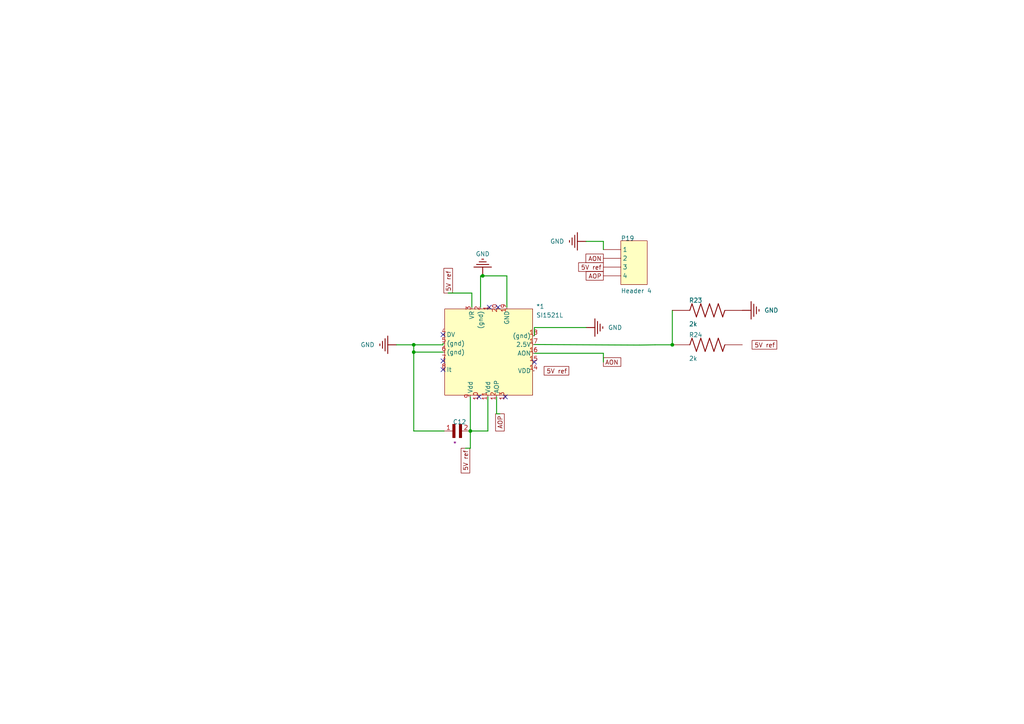
<source format=kicad_sch>
(kicad_sch (version 20211123) (generator eeschema)
  (paper "A4")
  (lib_symbols
    (symbol "accel-altium-import:0_06033D104KAT2A"
      (property "Value" "0_06033D104KAT2A" (at 0 0 0))
      (symbol "0_06033D104KAT2A_1_0"
        (rectangle (start 0.635 1.905) (end 0 -1.9069) (stroke (width 0.254)) (fill (type outline)))
        (rectangle (start 2.54 1.905) (end 1.9069 -1.9069) (stroke (width 0.254)) (fill (type outline)))
        (pin passive line (at -2.54 0 0) (length 2.54) (name "1") (number "1"))
        (pin passive line (at 5.08 0 180) (length 2.54) (name "2") (number "2"))
      )
    )
    (symbol "accel-altium-import:0_Header 4"
      (property "Value" "0_Header 4" (at 0 0 0))
      (symbol "0_Header 4_1_0"
        (rectangle (start 7.62 0) (end 0 -12.7) (fill (type background)))
        (pin passive line (at -5.08 -2.54 0) (length 5.08) (name "1") (number "1"))
        (pin passive line (at -5.08 -5.08 0) (length 5.08) (name "2") (number "2"))
        (pin passive line (at -5.08 -7.62 0) (length 5.08) (name "3") (number "3"))
        (pin passive line (at -5.08 -10.16 0) (length 5.08) (name "4") (number "4"))
      )
    )
    (symbol "accel-altium-import:0_SI1521L-Symbol-1"
      (property "Value" "0_SI1521L-Symbol-1" (at 0 0 0))
      (symbol "0_SI1521L-Symbol-1_1_0"
        (rectangle (start 26 7.4422) (end 0.5 -17.5577) (fill (type background)))
        (pin input line (at 13.427 7.9421 270) (length 0.4999) (name "") (number "1"))
        (pin input line (at 10.4568 -18.0576 90) (length 0.4999) (name "") (number "10"))
        (pin input line (at 12.9968 -18.0576 90) (length 0.4999) (name "Vdd") (number "11"))
        (pin input line (at 15.5368 -18.0576 90) (length 0.4999) (name "AOP") (number "12"))
        (pin input line (at 18.0768 -18.0576 90) (length 0.4999) (name "") (number "13"))
        (pin input line (at 26.4999 -10.4965 180) (length 0.4999) (name "VDD") (number "14"))
        (pin input line (at 26.4999 -7.9565 180) (length 0.4999) (name "") (number "15"))
        (pin input line (at 26.4999 -5.4165 180) (length 0.4999) (name "AON") (number "16"))
        (pin input line (at 26.4999 -2.8765 180) (length 0.4999) (name "2.5V") (number "17"))
        (pin input line (at 26.4999 -0.3365 180) (length 0.4999) (name "(gnd)") (number "18"))
        (pin input line (at 18.507 7.9421 270) (length 0.4999) (name "GND") (number "19"))
        (pin input line (at 10.887 7.9421 270) (length 0.4999) (name "(gnd)") (number "2"))
        (pin input line (at 15.967 7.9421 270) (length 0.4999) (name "") (number "20"))
        (pin input line (at 8.347 7.9421 270) (length 0.4999) (name "VR") (number "3"))
        (pin input line (at 0.0001 0 0) (length 0.4999) (name "DV") (number "4"))
        (pin input line (at 0.0001 -2.54 0) (length 0.4999) (name "(gnd)") (number "5"))
        (pin input line (at 0.0001 -5.08 0) (length 0.4999) (name "(gnd)") (number "6"))
        (pin input line (at 0.0001 -7.62 0) (length 0.4999) (name "") (number "7"))
        (pin input line (at 0.0001 -10.16 0) (length 0.4999) (name "It") (number "8"))
        (pin input line (at 7.9168 -18.0576 90) (length 0.4999) (name "Vdd") (number "9"))
      )
    )
    (symbol "accel-altium-import:0_Symbol"
      (property "Value" "0_Symbol" (at 0 0 0))
      (symbol "0_Symbol_1_0"
        (polyline (pts (xy -5.08 0) (xy -4.445 1.905)) (stroke (width 0.254)))
        (polyline (pts (xy -4.445 1.905) (xy -3.175 -1.905)) (stroke (width 0.254)))
        (polyline (pts (xy -3.175 -1.905) (xy -1.905 1.905)) (stroke (width 0.254)))
        (polyline (pts (xy -1.905 1.905) (xy -0.635 -1.905)) (stroke (width 0.254)))
        (polyline (pts (xy -0.635 -1.905) (xy 0.635 1.905)) (stroke (width 0.254)))
        (polyline (pts (xy 0.635 1.905) (xy 1.905 -1.905)) (stroke (width 0.254)))
        (polyline (pts (xy 1.905 -1.905) (xy 3.175 1.905)) (stroke (width 0.254)))
        (polyline (pts (xy 3.175 1.905) (xy 4.445 -1.905)) (stroke (width 0.254)))
        (polyline (pts (xy 4.445 -1.905) (xy 5.08 0)) (stroke (width 0.254)))
        (pin passive line (at -10.16 0 0) (length 5.08) (name "1") (number "1"))
        (pin passive line (at 10.16 0 180) (length 5.08) (name "2") (number "2"))
      )
    )
    (symbol "accel-altium-import:GND" (power)
      (property "Reference" "#PWR" (at 0 0 0))
      (property "Value" "GND" (at 0 6.35 0))
      (symbol "GND_0_0"
        (polyline (pts (xy -2.54 -2.54) (xy 2.54 -2.54)) (stroke (width 0.254)))
        (polyline (pts (xy -1.778 -3.302) (xy 1.778 -3.302)) (stroke (width 0.254)))
        (polyline (pts (xy -1.016 -4.064) (xy 1.016 -4.064)) (stroke (width 0.254)))
        (polyline (pts (xy -0.254 -4.826) (xy 0.254 -4.826)) (stroke (width 0.254)))
        (polyline (pts (xy 0 0) (xy 0 -2.54)) (stroke (width 0.254)))
        (pin power_in line (at 0 0 0) (length 0) hide (name "GND") (number ""))
      )
    )
  )
  (junction (at 120 100.0072))
  (junction (at 140 80.0072))
  (junction (at 195 100.0072))
  (junction (at 136.4168 125.0072))
  (junction (at 120 102.1307))
  (no_connect (at 146.5768 115.1084))
  (no_connect (at 128.5 107.2107))
  (no_connect (at 128.5 104.6707))
  (no_connect (at 144.467 89.1085))
  (no_connect (at 138.9568 115.1084))
  (no_connect (at 155 105.0072))
  (no_connect (at 128.5 97.0507))
  (no_connect (at 141.927 89.1085))
  (wire (pts (xy 141.4968 115.1084) (xy 141.4968 125.0072)) (stroke (width 0.254)))
  (wire (pts (xy 155 102.4672) (xy 175 102.4672)) (stroke (width 0.254)))
  (wire (pts (xy 120 100.0072) (xy 128.5 100.0072)) (stroke (width 0.254)))
  (wire (pts (xy 139.387 80.0072) (xy 139.387 89.1085)) (stroke (width 0.254)))
  (wire (pts (xy 170 70.0072) (xy 175 70.0072)) (stroke (width 0.254)))
  (wire (pts (xy 120 100.0072) (xy 120 102.1307)) (stroke (width 0.254)))
  (wire (pts (xy 144.0368 120.0072) (xy 145 120.0072)) (stroke (width 0.254)))
  (wire (pts (xy 130 85.0072) (xy 136.847 85.0072)) (stroke (width 0.254)))
  (wire (pts (xy 136.847 85.0072) (xy 136.847 89.1085)) (stroke (width 0.254)))
  (wire (pts (xy 136.4168 125.0072) (xy 136.4168 130.0072)) (stroke (width 0.254)))
  (wire (pts (xy 190 100.0072) (xy 185.48 100.0872)) (stroke (width 0.254)))
  (wire (pts (xy 175 70.0072) (xy 175 72.3872)) (stroke (width 0.254)))
  (wire (pts (xy 170 95.0072) (xy 155 95.0072)) (stroke (width 0.254)))
  (wire (pts (xy 136.4168 125.0072) (xy 136.4168 115.1084)) (stroke (width 0.254)))
  (wire (pts (xy 136.4168 130.0072) (xy 135 130.0072)) (stroke (width 0.254)))
  (wire (pts (xy 120 102.1307) (xy 128.5 102.1307)) (stroke (width 0.254)))
  (wire (pts (xy 195 90.0072) (xy 195 100.0072)) (stroke (width 0.254)))
  (wire (pts (xy 128.7968 125.0072) (xy 120 125.0072)) (stroke (width 0.254)))
  (wire (pts (xy 185.48 100.0872) (xy 155 99.9272)) (stroke (width 0.254)))
  (wire (pts (xy 128.5 100.0072) (xy 128.5 99.5907)) (stroke (width 0.254)))
  (wire (pts (xy 144.0368 115.1084) (xy 144.0368 120.0072)) (stroke (width 0.254)))
  (wire (pts (xy 147.007 89.1085) (xy 147.007 80.0072)) (stroke (width 0.254)))
  (wire (pts (xy 141.4968 125.0072) (xy 136.4168 125.0072)) (stroke (width 0.254)))
  (wire (pts (xy 140 80.0072) (xy 139.387 80.0072)) (stroke (width 0.254)))
  (wire (pts (xy 115 100.0072) (xy 120 100.0072)) (stroke (width 0.254)))
  (wire (pts (xy 175 102.4672) (xy 175 105.0072)) (stroke (width 0.254)))
  (wire (pts (xy 120 125.0072) (xy 120 102.1307)) (stroke (width 0.254)))
  (wire (pts (xy 195 100.0072) (xy 190 100.0072)) (stroke (width 0.254)))
  (wire (pts (xy 155 95.0072) (xy 155 97.3872)) (stroke (width 0.254)))
  (wire (pts (xy 147.007 80.0072) (xy 140 80.0072)) (stroke (width 0.254)))
  (global_label "5V ref" (shape passive) (at 175 77.4672 180) (property "Intersheet References" "${INTERSHEET_REFS}" (effects hide)))
  (global_label "5V ref" (shape passive) (at 165 107.5472 180) (property "Intersheet References" "${INTERSHEET_REFS}" (effects hide)))
  (global_label "AON" (shape passive) (at 175 74.9272 180) (property "Intersheet References" "${INTERSHEET_REFS}" (effects hide)))
  (global_label "5V ref" (shape passive) (at 135 130.0072 270) (property "Intersheet References" "${INTERSHEET_REFS}" (effects hide)))
  (global_label "5V ref" (shape passive) (at 130 85.0072 90) (property "Intersheet References" "${INTERSHEET_REFS}" (effects hide)))
  (global_label "AOP" (shape passive) (at 145 120.0072 270) (property "Intersheet References" "${INTERSHEET_REFS}" (effects hide)))
  (global_label "5V ref" (shape passive) (at 225.32 100.0072 180) (property "Intersheet References" "${INTERSHEET_REFS}" (effects hide)))
  (global_label "AON" (shape passive) (at 175 105.0072 0) (property "Intersheet References" "${INTERSHEET_REFS}" (effects hide)))
  (global_label "AOP" (shape passive) (at 175 80.0072 180) (property "Intersheet References" "${INTERSHEET_REFS}" (effects hide)))
  (symbol (lib_id "accel-altium-import:GND") (at 140 80.0072 180) (unit 1)
    (property "Reference" "#PWR0102" (effects hide))
    (property "Value" "GND" (at 140 73.6572 0))
  )
  (symbol (lib_id "accel-altium-import:0_Symbol") (at 205.16 90.0072 0) (unit 1)
    (property "Reference" "R23" (at 199.826 87.8482 0) (effects (justify left bottom)))
    (property "Value" "2k" (at 199.826 94.7062 0) (effects (justify left bottom)))
    (property "Footprint" "RESC1608X55N" (effects hide))
    (property "PRICE" "None" (effects hide))
    (property "AVAILABILITY" "Unavailable" (effects hide))
    (property "ALTIUM_VALUE" "*" (effects hide))
    (property "MP" "RT0603BRD0733RL" (effects hide))
    (property "PACKAGE" "None" (effects hide))
    (property "MF" "{'manufacturer': u'Yageo'}" (effects hide))
    (property "COMPONENT TYPE" "Standard" (effects hide))
    (property "DESIGN ITEM ID" "RT0603BRD0733RL_1" (effects hide))
    (property "PIN COUNT" "2" (effects hide))
    (property "SOURCE" "workerBoard.SCHLIB" (effects hide))
  )
  (symbol (lib_id "accel-altium-import:0_Symbol") (at 205.16 100.0072 0) (unit 1)
    (property "Reference" "R24" (at 199.826 97.8482 0) (effects (justify left bottom)))
    (property "Value" "2k" (at 199.826 104.7062 0) (effects (justify left bottom)))
    (property "Footprint" "RESC1608X55N" (effects hide))
    (property "PRICE" "None" (effects hide))
    (property "AVAILABILITY" "Unavailable" (effects hide))
    (property "ALTIUM_VALUE" "*" (effects hide))
    (property "MP" "RT0603BRD0733RL" (effects hide))
    (property "PACKAGE" "None" (effects hide))
    (property "MF" "{'manufacturer': u'Yageo'}" (effects hide))
    (property "COMPONENT TYPE" "Standard" (effects hide))
    (property "DESIGN ITEM ID" "RT0603BRD0733RL_1" (effects hide))
    (property "PIN COUNT" "2" (effects hide))
    (property "SOURCE" "workerBoard.SCHLIB" (effects hide))
  )
  (symbol (lib_id "accel-altium-import:GND") (at 170 95.0072 90) (unit 1)
    (property "Reference" "#PWR0104" (effects hide))
    (property "Value" "GND" (at 176.35 95.0072 90) (effects (justify right)))
  )
  (symbol (lib_id "accel-altium-import:GND") (at 215.32 90.0072 90) (unit 1)
    (property "Reference" "#PWR0103" (effects hide))
    (property "Value" "GND" (at 221.67 90.0072 90) (effects (justify right)))
  )
  (symbol (lib_id "accel-altium-import:0_SI1521L-Symbol-1") (at 128.5 97.0507 0) (unit 1)
    (property "Reference" "*1" (at 155.508 89.6085 0) (effects (justify left bottom)))
    (property "Value" "SI1521L" (at 155.508 92.1485 0) (effects (justify left bottom)))
    (property "Footprint" "LCC127P889X889X254-20N" (effects hide))
  )
  (symbol (lib_id "accel-altium-import:GND") (at 115 100.0072 270) (unit 1)
    (property "Reference" "#PWR0105" (effects hide))
    (property "Value" "GND" (at 108.65 100.0072 90) (effects (justify right)))
  )
  (symbol (lib_id "accel-altium-import:GND") (at 170 70.0072 270) (unit 1)
    (property "Reference" "#PWR0101" (effects hide))
    (property "Value" "GND" (at 163.65 70.0072 90) (effects (justify right)))
  )
  (symbol (lib_id "accel-altium-import:0_Header 4") (at 180.08 69.8472 0) (unit 1)
    (property "Reference" "P19" (at 180.08 69.8472 0) (effects (justify left bottom)))
    (property "Value" "Header 4" (at 180.08 85.0872 0) (effects (justify left bottom)))
    (property "Footprint" "HDR1X4" (effects hide))
    (property "LATESTREVISIONDATE" "17-Jul-2002" (effects hide))
    (property "LATESTREVISIONNOTE" "Re-released for DXP Platform." (effects hide))
    (property "PUBLISHER" "Altium Limited" (effects hide))
    (property "COMPONENT TYPE" "Standard" (effects hide))
    (property "DESIGN ITEM ID" "Header 4" (effects hide))
    (property "PIN COUNT" "4" (effects hide))
    (property "SOURCE" "workerBoard.SCHLIB" (effects hide))
    (property "SIGNAL INTEGRITY" "Connector" (effects hide))
  )
  (symbol (lib_id "accel-altium-import:0_06033D104KAT2A") (at 131.3368 125.0072 0) (unit 1)
    (property "Reference" "C12" (at 131.3368 123.1022 0) (effects (justify left bottom)))
    (property "Value" "0.1uF" (effects hide))
    (property "Footprint" "CAPC1608X90N" (effects hide))
    (property "DESIGN ITEM ID" "06033D104KAT2A" (effects hide))
    (property "ALTIUM_VALUE" "*" (at 131.3368 129.4541 0) (effects (justify left bottom)))
    (property "PACKAGE" "None" (effects hide))
    (property "SOURCE" "workerBoard.SCHLIB" (effects hide))
    (property "PRICE" "None" (effects hide))
    (property "MP" "06033D104KAT2A" (effects hide))
    (property "PIN COUNT" "2" (effects hide))
    (property "MF" "{'manufacturer': u'AVX'}" (effects hide))
    (property "COMPONENT TYPE" "Standard" (effects hide))
    (property "AVAILABILITY" "Unavailable" (effects hide))
  )
)
</source>
